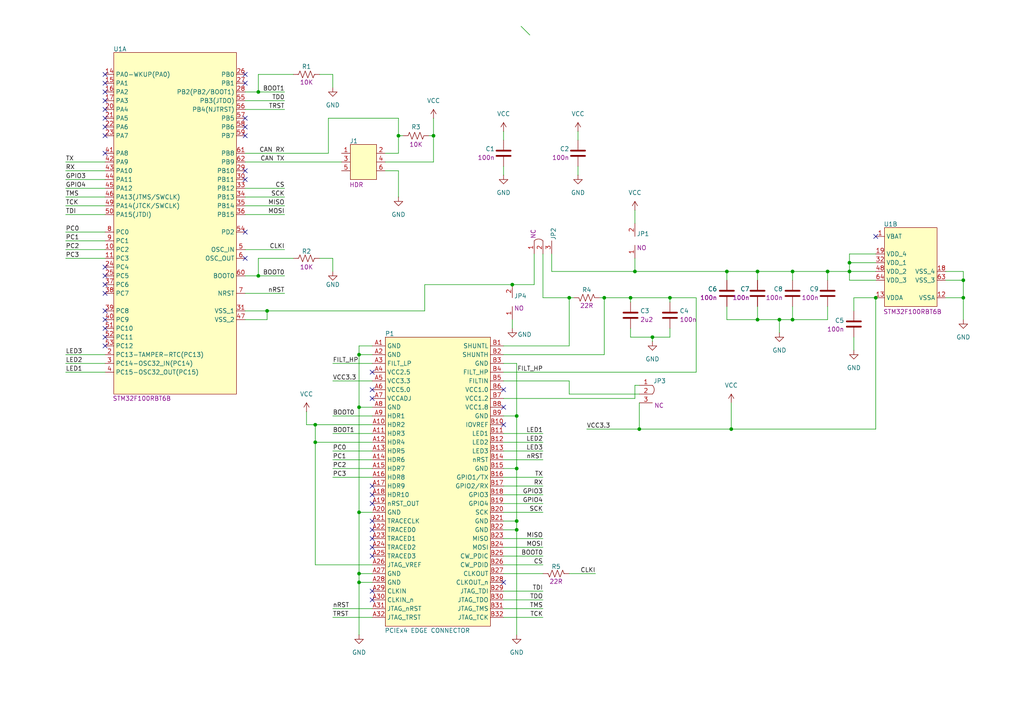
<source format=kicad_sch>
(kicad_sch (version 20231120) (generator "eeschema") (generator_version "8.0")
  (paper "A4")
  (lib_symbols
    (symbol "Silkscreen_Symbols:CE_Free" (in_bom no))
    (symbol "Silkscreen_Symbols:Pb_Free" (in_bom no))
    (symbol "Silkscreen_Symbols:UKCA"
      (property "Reference" "PCB" (at 0 0 0))
      (property "Value" "UKCA symbol" (at 0 0 0))
    )
    (symbol "Silkscreen_Symbols:WEEE" (in_bom no))
    (symbol "power:GND" (power) (pin_numbers hide) (pin_names (offset 0) hide)
      (property "Value" "GND" (at 0 -3.81 0))
      (symbol "GND_0_1"
        (polyline (pts (xy 0 0) (xy 0 -1.27) (xy 1.27 -1.27) (xy 0 -2.54) (xy -1.27 -1.27) (xy 0 -1.27)))
      )
      (symbol "GND_1_1"
        (pin power_in line (at 0 0 270) (length 0) (name "~") (number "1"))
      )
    )
    (symbol "power:VCC" (power) (pin_numbers hide) (pin_names (offset 0) hide)
      (property "Value" "VCC" (at 0 3.556 0))
      (symbol "VCC_0_1"
        (polyline (pts (xy -0.762 1.27) (xy 0 2.54)))
        (polyline (pts (xy 0 0) (xy 0 2.54)))
        (polyline (pts (xy 0 2.54) (xy 0.762 1.27)))
      )
      (symbol "VCC_1_1"
        (pin power_in line (at 0 0 90) (length 0) (name "~") (number "1"))
      )
    )
    (symbol "tutorial_2_library:CAP_100n_50V_0603" (pin_numbers hide)
      (property "Reference" "C" (at -20.32 5.08 0))
      (property "Display Value" "100n" (at 15.24 5.08 0))
      (symbol "CAP_100n_50V_0603_0_1"
        (polyline (pts (xy -0.762 -2.032) (xy -0.762 2.032)) (stroke (width 0.508)))
        (polyline (pts (xy 0.762 -2.032) (xy 0.762 2.032)) (stroke (width 0.508)))
      )
      (symbol "CAP_100n_50V_0603_1_1"
        (pin passive line (at -3.81 0 0) (length 2.794) (name "~") (number "1"))
        (pin passive line (at 3.81 0 180) (length 2.794) (name "~") (number "2"))
      )
    )
    (symbol "tutorial_2_library:CAP_2u2_16V_0603" (pin_numbers hide)
      (property "Reference" "C" (at -20.32 5.08 0))
      (property "Display Value" "2u2" (at 15.24 5.08 0))
      (symbol "CAP_2u2_16V_0603_0_1"
        (polyline (pts (xy -0.762 -2.032) (xy -0.762 2.032)) (stroke (width 0.508)))
        (polyline (pts (xy 0.762 -2.032) (xy 0.762 2.032)) (stroke (width 0.508)))
      )
      (symbol "CAP_2u2_16V_0603_1_1"
        (pin passive line (at -3.81 0 0) (length 2.794) (name "~") (number "1"))
        (pin passive line (at 3.81 0 180) (length 2.794) (name "~") (number "2"))
      )
    )
    (symbol "tutorial_2_library:CW312T-Template" (in_bom no)
      (property "Reference" "P" (at -15.24 3.81 0))
      (property "Value" "PCIEx4 EDGE CONNECTOR " (at 3.81 3.81 0))
      (symbol "CW312T-Template_1_1"
        (rectangle (start -15.24 2.54) (end 15.24 -81.28) (fill (type background)))
        (pin unspecified line (at -19.05 0 0) (length 3.81) (name "GND") (number "A1"))
        (pin unspecified line (at -19.05 -22.86 0) (length 3.81) (name "HDR2") (number "A10"))
        (pin unspecified line (at -19.05 -25.4 0) (length 3.81) (name "HDR3") (number "A11"))
        (pin unspecified line (at -19.05 -27.94 0) (length 3.81) (name "HDR4") (number "A12"))
        (pin unspecified line (at -19.05 -30.48 0) (length 3.81) (name "HDR5") (number "A13"))
        (pin unspecified line (at -19.05 -33.02 0) (length 3.81) (name "HDR6") (number "A14"))
        (pin unspecified line (at -19.05 -35.56 0) (length 3.81) (name "HDR7") (number "A15"))
        (pin unspecified line (at -19.05 -38.1 0) (length 3.81) (name "HDR8") (number "A16"))
        (pin unspecified line (at -19.05 -40.64 0) (length 3.81) (name "HDR9") (number "A17"))
        (pin unspecified line (at -19.05 -43.18 0) (length 3.81) (name "HDR10") (number "A18"))
        (pin unspecified line (at -19.05 -45.72 0) (length 3.81) (name "nRST_OUT") (number "A19"))
        (pin unspecified line (at -19.05 -2.54 0) (length 3.81) (name "GND") (number "A2"))
        (pin unspecified line (at -19.05 -48.26 0) (length 3.81) (name "GND") (number "A20"))
        (pin unspecified line (at -19.05 -50.8 0) (length 3.81) (name "TRACECLK") (number "A21"))
        (pin unspecified line (at -19.05 -53.34 0) (length 3.81) (name "TRACED0") (number "A22"))
        (pin unspecified line (at -19.05 -55.88 0) (length 3.81) (name "TRACED1") (number "A23"))
        (pin unspecified line (at -19.05 -58.42 0) (length 3.81) (name "TRACED2") (number "A24"))
        (pin unspecified line (at -19.05 -60.96 0) (length 3.81) (name "TRACED3") (number "A25"))
        (pin unspecified line (at -19.05 -63.5 0) (length 3.81) (name "JTAG_VREF") (number "A26"))
        (pin unspecified line (at -19.05 -66.04 0) (length 3.81) (name "GND") (number "A27"))
        (pin unspecified line (at -19.05 -68.58 0) (length 3.81) (name "GND") (number "A28"))
        (pin unspecified line (at -19.05 -71.12 0) (length 3.81) (name "CLKIN") (number "A29"))
        (pin unspecified line (at -19.05 -5.08 0) (length 3.81) (name "FILT_LP") (number "A3"))
        (pin unspecified line (at -19.05 -73.66 0) (length 3.81) (name "CLKIN_n") (number "A30"))
        (pin unspecified line (at -19.05 -76.2 0) (length 3.81) (name "JTAG_nRST") (number "A31"))
        (pin unspecified line (at -19.05 -78.74 0) (length 3.81) (name "JTAG_TRST") (number "A32"))
        (pin unspecified line (at -19.05 -7.62 0) (length 3.81) (name "VCC2.5") (number "A4"))
        (pin unspecified line (at -19.05 -10.16 0) (length 3.81) (name "VCC3.3") (number "A5"))
        (pin unspecified line (at -19.05 -12.7 0) (length 3.81) (name "VCC5.0") (number "A6"))
        (pin unspecified line (at -19.05 -15.24 0) (length 3.81) (name "VCCADJ") (number "A7"))
        (pin unspecified line (at -19.05 -17.78 0) (length 3.81) (name "GND") (number "A8"))
        (pin unspecified line (at -19.05 -20.32 0) (length 3.81) (name "HDR1") (number "A9"))
        (pin unspecified line (at 19.05 0 180) (length 3.81) (name "SHUNTL") (number "B1"))
        (pin unspecified line (at 19.05 -22.86 180) (length 3.81) (name "IOVREF") (number "B10"))
        (pin unspecified line (at 19.05 -25.4 180) (length 3.81) (name "LED1") (number "B11"))
        (pin unspecified line (at 19.05 -27.94 180) (length 3.81) (name "LED2") (number "B12"))
        (pin unspecified line (at 19.05 -30.48 180) (length 3.81) (name "LED3") (number "B13"))
        (pin unspecified line (at 19.05 -33.02 180) (length 3.81) (name "nRST") (number "B14"))
        (pin unspecified line (at 19.05 -35.56 180) (length 3.81) (name "GND") (number "B15"))
        (pin unspecified line (at 19.05 -38.1 180) (length 3.81) (name "GPIO1/TX") (number "B16"))
        (pin unspecified line (at 19.05 -40.64 180) (length 3.81) (name "GPIO2/RX") (number "B17"))
        (pin unspecified line (at 19.05 -43.18 180) (length 3.81) (name "GPIO3") (number "B18"))
        (pin unspecified line (at 19.05 -45.72 180) (length 3.81) (name "GPIO4") (number "B19"))
        (pin unspecified line (at 19.05 -2.54 180) (length 3.81) (name "SHUNTH") (number "B2"))
        (pin unspecified line (at 19.05 -48.26 180) (length 3.81) (name "SCK") (number "B20"))
        (pin unspecified line (at 19.05 -50.8 180) (length 3.81) (name "GND") (number "B21"))
        (pin unspecified line (at 19.05 -53.34 180) (length 3.81) (name "GND") (number "B22"))
        (pin unspecified line (at 19.05 -55.88 180) (length 3.81) (name "MISO") (number "B23"))
        (pin unspecified line (at 19.05 -58.42 180) (length 3.81) (name "MOSI") (number "B24"))
        (pin unspecified line (at 19.05 -60.96 180) (length 3.81) (name "CW_PDIC") (number "B25"))
        (pin unspecified line (at 19.05 -63.5 180) (length 3.81) (name "CW_PDID") (number "B26"))
        (pin unspecified line (at 19.05 -66.04 180) (length 3.81) (name "CLKOUT") (number "B27"))
        (pin unspecified line (at 19.05 -68.58 180) (length 3.81) (name "CLKOUT_n") (number "B28"))
        (pin unspecified line (at 19.05 -71.12 180) (length 3.81) (name "JTAG_TDI") (number "B29"))
        (pin unspecified line (at 19.05 -5.08 180) (length 3.81) (name "GND") (number "B3"))
        (pin unspecified line (at 19.05 -73.66 180) (length 3.81) (name "JTAG_TDO") (number "B30"))
        (pin unspecified line (at 19.05 -76.2 180) (length 3.81) (name "JTAG_TMS") (number "B31"))
        (pin unspecified line (at 19.05 -78.74 180) (length 3.81) (name "JTAG_TCK") (number "B32"))
        (pin unspecified line (at 19.05 -7.62 180) (length 3.81) (name "FILT_HP") (number "B4"))
        (pin unspecified line (at 19.05 -10.16 180) (length 3.81) (name "FILTIN") (number "B5"))
        (pin unspecified line (at 19.05 -12.7 180) (length 3.81) (name "VCC1.0") (number "B6"))
        (pin unspecified line (at 19.05 -15.24 180) (length 3.81) (name "VCC1.2") (number "B7"))
        (pin unspecified line (at 19.05 -17.78 180) (length 3.81) (name "VCC1.8") (number "B8"))
        (pin unspecified line (at 19.05 -20.32 180) (length 3.81) (name "GND") (number "B9"))
      )
    )
    (symbol "tutorial_2_library:RES_10K_0603" (pin_numbers hide)
      (property "Reference" "R" (at -20.32 5.08 0))
      (property "Display Value" "10K" (at 15.24 5.08 0))
      (symbol "RES_10K_0603_0_1"
        (polyline (pts (xy -2.286 0) (xy -2.54 0)))
        (polyline (pts (xy 2.286 0) (xy 2.54 0)))
        (polyline (pts (xy -2.286 0) (xy -1.905 1.016) (xy -1.524 0) (xy -1.143 -1.016) (xy -0.762 0)))
        (polyline (pts (xy -0.762 0) (xy -0.381 1.016) (xy 0 0) (xy 0.381 -1.016) (xy 0.762 0)))
        (polyline (pts (xy 0.762 0) (xy 1.143 1.016) (xy 1.524 0) (xy 1.905 -1.016) (xy 2.286 0)))
      )
      (symbol "RES_10K_0603_1_1"
        (pin passive line (at -3.81 0 0) (length 1.27) (name "~") (number "1"))
        (pin passive line (at 3.81 0 180) (length 1.27) (name "~") (number "2"))
      )
    )
    (symbol "tutorial_2_library:RES_22R_0603" (pin_numbers hide)
      (property "Reference" "R" (at -20.32 5.08 0))
      (property "Display Value" "22R" (at 15.24 5.08 0))
      (symbol "RES_22R_0603_0_1"
        (polyline (pts (xy -2.286 0) (xy -2.54 0)))
        (polyline (pts (xy 2.286 0) (xy 2.54 0)))
        (polyline (pts (xy -2.286 0) (xy -1.905 1.016) (xy -1.524 0) (xy -1.143 -1.016) (xy -0.762 0)))
        (polyline (pts (xy -0.762 0) (xy -0.381 1.016) (xy 0 0) (xy 0.381 -1.016) (xy 0.762 0)))
        (polyline (pts (xy 0.762 0) (xy 1.143 1.016) (xy 1.524 0) (xy 1.905 -1.016) (xy 2.286 0)))
      )
      (symbol "RES_22R_0603_1_1"
        (pin passive line (at -3.81 0 0) (length 1.27) (name "~") (number "1"))
        (pin passive line (at 3.81 0 180) (length 1.27) (name "~") (number "2"))
      )
    )
    (symbol "tutorial_2_library:RES_51R_0603" (pin_numbers hide)
      (property "Reference" "R" (at -20.32 5.08 0))
      (property "Display Value" "22R" (at 15.24 5.08 0))
      (symbol "RES_51R_0603_0_1"
        (polyline (pts (xy -2.286 0) (xy -2.54 0)))
        (polyline (pts (xy 2.286 0) (xy 2.54 0)))
        (polyline (pts (xy -2.286 0) (xy -1.905 1.016) (xy -1.524 0) (xy -1.143 -1.016) (xy -0.762 0)))
        (polyline (pts (xy -0.762 0) (xy -0.381 1.016) (xy 0 0) (xy 0.381 -1.016) (xy 0.762 0)))
        (polyline (pts (xy 0.762 0) (xy 1.143 1.016) (xy 1.524 0) (xy 1.905 -1.016) (xy 2.286 0)))
      )
      (symbol "RES_51R_0603_1_1"
        (pin passive line (at -3.81 0 0) (length 1.27) (name "~") (number "1"))
        (pin passive line (at 3.81 0 180) (length 1.27) (name "~") (number "2"))
      )
    )
    (symbol "tutorial_2_library:STM32F100RBT6B"
      (property "Reference" "U" (at -16.51 7.62 0))
      (property "Display Value" "STM32F100RBT6B" (at 8.89 7.62 0))
      (symbol "STM32F100RBT6B_1_1"
        (rectangle (start -17.78 6.35) (end 17.78 -92.71) (fill (type background)))
        (pin unspecified line (at -20.32 -50.8 0) (length 2.54) (name "PC2") (number "10"))
        (pin unspecified line (at -20.32 -53.34 0) (length 2.54) (name "PC3") (number "11"))
        (pin unspecified line (at -20.32 0 0) (length 2.54) (name "PA0-WKUP(PA0)") (number "14"))
        (pin unspecified line (at -20.32 -2.54 0) (length 2.54) (name "PA1") (number "15"))
        (pin unspecified line (at -20.32 -5.08 0) (length 2.54) (name "PA2") (number "16"))
        (pin unspecified line (at -20.32 -7.62 0) (length 2.54) (name "PA3") (number "17"))
        (pin unspecified line (at -20.32 -81.28 0) (length 2.54) (name "PC13-TAMPER-RTC(PC13)") (number "2"))
        (pin unspecified line (at -20.32 -10.16 0) (length 2.54) (name "PA4") (number "20"))
        (pin unspecified line (at -20.32 -12.7 0) (length 2.54) (name "PA5") (number "21"))
        (pin unspecified line (at -20.32 -15.24 0) (length 2.54) (name "PA6") (number "22"))
        (pin unspecified line (at -20.32 -17.78 0) (length 2.54) (name "PA7") (number "23"))
        (pin unspecified line (at -20.32 -55.88 0) (length 2.54) (name "PC4") (number "24"))
        (pin unspecified line (at -20.32 -58.42 0) (length 2.54) (name "PC5") (number "25"))
        (pin unspecified line (at 20.32 0 180) (length 2.54) (name "PB0") (number "26"))
        (pin unspecified line (at 20.32 -2.54 180) (length 2.54) (name "PB1") (number "27"))
        (pin unspecified line (at 20.32 -5.08 180) (length 2.54) (name "PB2(PB2/BOOT1)") (number "28"))
        (pin unspecified line (at 20.32 -27.94 180) (length 2.54) (name "PB10") (number "29"))
        (pin unspecified line (at -20.32 -83.82 0) (length 2.54) (name "PC14-OSC32_IN(PC14)") (number "3"))
        (pin unspecified line (at 20.32 -30.48 180) (length 2.54) (name "PB11") (number "30"))
        (pin unspecified line (at 20.32 -68.58 180) (length 2.54) (name "VSS_1") (number "31"))
        (pin unspecified line (at 20.32 -33.02 180) (length 2.54) (name "PB12") (number "33"))
        (pin unspecified line (at 20.32 -35.56 180) (length 2.54) (name "PB13") (number "34"))
        (pin unspecified line (at 20.32 -38.1 180) (length 2.54) (name "PB14") (number "35"))
        (pin unspecified line (at 20.32 -40.64 180) (length 2.54) (name "PB15") (number "36"))
        (pin unspecified line (at -20.32 -60.96 0) (length 2.54) (name "PC6") (number "37"))
        (pin unspecified line (at -20.32 -63.5 0) (length 2.54) (name "PC7") (number "38"))
        (pin unspecified line (at -20.32 -68.58 0) (length 2.54) (name "PC8") (number "39"))
        (pin unspecified line (at -20.32 -86.36 0) (length 2.54) (name "PC15-OSC32_OUT(PC15)") (number "4"))
        (pin unspecified line (at -20.32 -71.12 0) (length 2.54) (name "PC9") (number "40"))
        (pin unspecified line (at -20.32 -22.86 0) (length 2.54) (name "PA8") (number "41"))
        (pin unspecified line (at -20.32 -25.4 0) (length 2.54) (name "PA9") (number "42"))
        (pin unspecified line (at -20.32 -27.94 0) (length 2.54) (name "PA10") (number "43"))
        (pin unspecified line (at -20.32 -30.48 0) (length 2.54) (name "PA11") (number "44"))
        (pin unspecified line (at -20.32 -33.02 0) (length 2.54) (name "PA12") (number "45"))
        (pin unspecified line (at -20.32 -35.56 0) (length 2.54) (name "PA13(JTMS/SWCLK)") (number "46"))
        (pin unspecified line (at 20.32 -71.12 180) (length 2.54) (name "VSS_2") (number "47"))
        (pin unspecified line (at -20.32 -38.1 0) (length 2.54) (name "PA14(JTCK/SWCLK)") (number "49"))
        (pin unspecified line (at 20.32 -50.8 180) (length 2.54) (name "OSC_IN") (number "5"))
        (pin unspecified line (at -20.32 -40.64 0) (length 2.54) (name "PA15(JTDI)") (number "50"))
        (pin unspecified line (at -20.32 -73.66 0) (length 2.54) (name "PC10") (number "51"))
        (pin unspecified line (at -20.32 -76.2 0) (length 2.54) (name "PC11") (number "52"))
        (pin unspecified line (at -20.32 -78.74 0) (length 2.54) (name "PC12") (number "53"))
        (pin unspecified line (at 20.32 -45.72 180) (length 2.54) (name "PD2") (number "54"))
        (pin unspecified line (at 20.32 -7.62 180) (length 2.54) (name "PB3(JTDO)") (number "55"))
        (pin unspecified line (at 20.32 -10.16 180) (length 2.54) (name "PB4(NJTRST)") (number "56"))
        (pin unspecified line (at 20.32 -12.7 180) (length 2.54) (name "PB5") (number "57"))
        (pin unspecified line (at 20.32 -15.24 180) (length 2.54) (name "PB6") (number "58"))
        (pin unspecified line (at 20.32 -17.78 180) (length 2.54) (name "PB7") (number "59"))
        (pin unspecified line (at 20.32 -53.34 180) (length 2.54) (name "OSC_OUT") (number "6"))
        (pin unspecified line (at 20.32 -58.42 180) (length 2.54) (name "BOOT0") (number "60"))
        (pin unspecified line (at 20.32 -22.86 180) (length 2.54) (name "PB8") (number "61"))
        (pin unspecified line (at 20.32 -25.4 180) (length 2.54) (name "PB9") (number "62"))
        (pin unspecified line (at 20.32 -63.5 180) (length 2.54) (name "NRST") (number "7"))
        (pin unspecified line (at -20.32 -45.72 0) (length 2.54) (name "PC0") (number "8"))
        (pin unspecified line (at -20.32 -48.26 0) (length 2.54) (name "PC1") (number "9"))
      )
      (symbol "STM32F100RBT6B_2_1"
        (rectangle (start -7.62 2.54) (end 7.62 -20.32) (fill (type background)))
        (pin unspecified line (at -10.16 0 0) (length 2.54) (name "VBAT") (number "1"))
        (pin unspecified line (at 10.16 -17.78 180) (length 2.54) (name "VSSA") (number "12"))
        (pin unspecified line (at -10.16 -17.78 0) (length 2.54) (name "VDDA") (number "13"))
        (pin unspecified line (at 10.16 -10.16 180) (length 2.54) (name "VSS_4") (number "18"))
        (pin unspecified line (at -10.16 -5.08 0) (length 2.54) (name "VDD_4") (number "19"))
        (pin unspecified line (at -10.16 -7.62 0) (length 2.54) (name "VDD_1") (number "32"))
        (pin unspecified line (at -10.16 -10.16 0) (length 2.54) (name "VDD_2") (number "48"))
        (pin unspecified line (at 10.16 -12.7 180) (length 2.54) (name "VSS_3") (number "63"))
        (pin unspecified line (at -10.16 -12.7 0) (length 2.54) (name "VDD_3") (number "64"))
      )
    )
    (symbol "tutorial_2_library:Solder_Jumper_2_NO" (in_bom no)
      (property "Reference" "JP" (at 2.54 2.54 0))
      (property "Display Value" "NO" (at 2.54 0 0))
      (symbol "Solder_Jumper_2_NO_1_1"
        (pin unspecified line (at 0 -5.08 90) (length 3.81) (name "") (number "1"))
        (pin unspecified line (at 0 5.08 270) (length 3.81) (name "") (number "2"))
      )
    )
    (symbol "tutorial_2_library:Solder_Jumper_3_NC_1" (in_bom no)
      (property "Reference" "JP" (at 1.27 5.08 0))
      (property "Display Value" "NC" (at 1.27 -3.81 0))
      (symbol "Solder_Jumper_3_NC_1_0_1"
        (arc (start 0 0) (mid 0.5261 1.27) (end 0 2.54))
      )
      (symbol "Solder_Jumper_3_NC_1_1_1"
        (pin unspecified line (at -3.81 2.54 0) (length 3.81) (name "") (number "1"))
        (pin unspecified line (at -3.81 0 0) (length 3.81) (name "") (number "2"))
        (pin unspecified line (at -3.81 -2.54 0) (length 3.81) (name "") (number "3"))
      )
    )
    (symbol "tutorial_2_library:VERT_HDR_6_2.54mm"
      (property "Reference" "J" (at -3.81 3.81 0))
      (property "Display Value" "HDR" (at 2.54 3.81 0))
      (symbol "VERT_HDR_6_2.54mm_1_1"
        (rectangle (start -3.81 2.54) (end 3.81 -7.62) (fill (type background)))
        (pin unspecified line (at -6.35 0 0) (length 2.54) (name "") (number "1"))
        (pin unspecified line (at 6.35 0 180) (length 2.54) (name "") (number "2"))
        (pin unspecified line (at -6.35 -2.54 0) (length 2.54) (name "") (number "3"))
        (pin unspecified line (at 6.35 -2.54 180) (length 2.54) (name "") (number "4"))
        (pin unspecified line (at -6.35 -5.08 0) (length 2.54) (name "") (number "5"))
        (pin unspecified line (at 6.35 -5.08 180) (length 2.54) (name "") (number "6"))
      )
    )
  )
  (junction (at 74.93 80.01))
  (junction (at 175.26 86.36))
  (junction (at 219.71 78.74))
  (junction (at 226.06 92.71))
  (junction (at 91.44 123.19))
  (junction (at 148.59 82.55))
  (junction (at 279.4 81.28))
  (junction (at 184.15 78.74))
  (junction (at 91.44 128.27))
  (junction (at 149.86 153.67))
  (junction (at 254 86.36))
  (junction (at 104.14 118.11))
  (junction (at 104.14 168.91))
  (junction (at 74.93 26.67))
  (junction (at 182.88 86.36))
  (junction (at 149.86 120.65))
  (junction (at 104.14 102.87))
  (junction (at 77.47 90.17))
  (junction (at 246.38 78.74))
  (junction (at 212.09 124.46))
  (junction (at 229.87 92.71))
  (junction (at 104.14 166.37))
  (junction (at 165.1 86.36))
  (junction (at 194.31 86.36))
  (junction (at 246.38 76.2))
  (junction (at 189.23 97.79))
  (junction (at 185.42 124.46))
  (junction (at 125.73 39.37))
  (junction (at 104.14 148.59))
  (junction (at 279.4 86.36))
  (junction (at 149.86 135.89))
  (junction (at 240.03 78.74))
  (junction (at 210.82 78.74))
  (junction (at 149.86 151.13))
  (junction (at 229.87 78.74))
  (junction (at 219.71 92.71))
  (junction (at 115.57 39.37))
  (no_connect (at 71.12 34.29))
  (no_connect (at 71.12 67.31))
  (no_connect (at 146.05 168.91))
  (no_connect (at 254 68.58))
  (no_connect (at 107.95 146.05))
  (no_connect (at 107.95 171.45))
  (no_connect (at 30.48 85.09))
  (no_connect (at 30.48 39.37))
  (no_connect (at 71.12 49.53))
  (no_connect (at 107.95 161.29))
  (no_connect (at 30.48 90.17))
  (no_connect (at 107.95 153.67))
  (no_connect (at 71.12 39.37))
  (no_connect (at 71.12 36.83))
  (no_connect (at 107.95 115.57))
  (no_connect (at 71.12 21.59))
  (no_connect (at 30.48 80.01))
  (no_connect (at 30.48 29.21))
  (no_connect (at 146.05 123.19))
  (no_connect (at 30.48 31.75))
  (no_connect (at 30.48 92.71))
  (no_connect (at 146.05 113.03))
  (no_connect (at 30.48 34.29))
  (no_connect (at 30.48 95.25))
  (no_connect (at 30.48 77.47))
  (no_connect (at 107.95 113.03))
  (no_connect (at 30.48 97.79))
  (no_connect (at 30.48 36.83))
  (no_connect (at 30.48 82.55))
  (no_connect (at 30.48 26.67))
  (no_connect (at 107.95 143.51))
  (no_connect (at 71.12 74.93))
  (no_connect (at 30.48 24.13))
  (no_connect (at 71.12 24.13))
  (no_connect (at 107.95 140.97))
  (no_connect (at 146.05 118.11))
  (no_connect (at 71.12 52.07))
  (no_connect (at 107.95 151.13))
  (no_connect (at 107.95 156.21))
  (no_connect (at 107.95 173.99))
  (no_connect (at 30.48 21.59))
  (no_connect (at 30.48 100.33))
  (no_connect (at 30.48 44.45))
  (no_connect (at 107.95 158.75))
  (no_connect (at 107.95 107.95))
  (bus_entry (at 151.13 7.62) (size 2.54 2.54))
  (wire (pts (xy 91.44 128.27) (xy 107.95 128.27)))
  (wire (pts (xy 85.09 21.59) (xy 74.93 21.59)))
  (wire (pts (xy 146.05 158.75) (xy 157.48 158.75)))
  (wire (pts (xy 125.73 39.37) (xy 125.73 46.99)))
  (wire (pts (xy 240.03 78.74) (xy 240.03 81.28)))
  (wire (pts (xy 185.42 124.46) (xy 212.09 124.46)))
  (wire (pts (xy 274.32 81.28) (xy 279.4 81.28)))
  (wire (pts (xy 19.05 52.07) (xy 30.48 52.07)))
  (wire (pts (xy 71.12 29.21) (xy 82.55 29.21)))
  (wire (pts (xy 173.99 86.36) (xy 175.26 86.36)))
  (wire (pts (xy 19.05 59.69) (xy 30.48 59.69)))
  (wire (pts (xy 254 124.46) (xy 254 86.36)))
  (wire (pts (xy 104.14 168.91) (xy 104.14 184.15)))
  (wire (pts (xy 229.87 92.71) (xy 240.03 92.71)))
  (wire (pts (xy 125.73 34.29) (xy 125.73 39.37)))
  (wire (pts (xy 154.94 73.66) (xy 154.94 82.55)))
  (wire (pts (xy 146.05 143.51) (xy 157.48 143.51)))
  (wire (pts (xy 96.52 133.35) (xy 107.95 133.35)))
  (wire (pts (xy 146.05 148.59) (xy 157.48 148.59)))
  (wire (pts (xy 96.52 21.59) (xy 96.52 25.4)))
  (wire (pts (xy 154.94 82.55) (xy 148.59 82.55)))
  (wire (pts (xy 71.12 54.61) (xy 82.55 54.61)))
  (wire (pts (xy 115.57 44.45) (xy 111.76 44.45)))
  (wire (pts (xy 210.82 78.74) (xy 210.82 81.28)))
  (wire (pts (xy 104.14 148.59) (xy 107.95 148.59)))
  (wire (pts (xy 19.05 57.15) (xy 30.48 57.15)))
  (wire (pts (xy 104.14 102.87) (xy 104.14 118.11)))
  (wire (pts (xy 146.05 115.57) (xy 184.15 115.57)))
  (wire (pts (xy 279.4 81.28) (xy 279.4 86.36)))
  (wire (pts (xy 210.82 78.74) (xy 184.15 78.74)))
  (wire (pts (xy 146.05 107.95) (xy 201.93 107.95)))
  (wire (pts (xy 210.82 92.71) (xy 210.82 88.9)))
  (wire (pts (xy 146.05 163.83) (xy 157.48 163.83)))
  (wire (pts (xy 71.12 92.71) (xy 77.47 92.71)))
  (wire (pts (xy 165.1 86.36) (xy 166.37 86.36)))
  (wire (pts (xy 115.57 39.37) (xy 116.84 39.37)))
  (wire (pts (xy 71.12 44.45) (xy 95.25 44.45)))
  (wire (pts (xy 123.19 90.17) (xy 77.47 90.17)))
  (wire (pts (xy 104.14 166.37) (xy 107.95 166.37)))
  (wire (pts (xy 157.48 86.36) (xy 165.1 86.36)))
  (wire (pts (xy 279.4 78.74) (xy 279.4 81.28)))
  (wire (pts (xy 149.86 120.65) (xy 149.86 135.89)))
  (wire (pts (xy 246.38 73.66) (xy 254 73.66)))
  (wire (pts (xy 19.05 49.53) (xy 30.48 49.53)))
  (wire (pts (xy 165.1 86.36) (xy 165.1 100.33)))
  (wire (pts (xy 184.15 115.57) (xy 184.15 111.76)))
  (wire (pts (xy 146.05 146.05) (xy 157.48 146.05)))
  (wire (pts (xy 182.88 95.25) (xy 182.88 97.79)))
  (wire (pts (xy 182.88 97.79) (xy 189.23 97.79)))
  (wire (pts (xy 149.86 105.41) (xy 149.86 120.65)))
  (wire (pts (xy 247.65 97.79) (xy 247.65 101.6)))
  (wire (pts (xy 19.05 67.31) (xy 30.48 67.31)))
  (wire (pts (xy 96.52 110.49) (xy 107.95 110.49)))
  (wire (pts (xy 167.64 38.1) (xy 167.64 40.64)))
  (wire (pts (xy 146.05 153.67) (xy 149.86 153.67)))
  (wire (pts (xy 19.05 74.93) (xy 30.48 74.93)))
  (wire (pts (xy 71.12 85.09) (xy 82.55 85.09)))
  (wire (pts (xy 91.44 163.83) (xy 107.95 163.83)))
  (wire (pts (xy 146.05 156.21) (xy 157.48 156.21)))
  (wire (pts (xy 88.9 123.19) (xy 91.44 123.19)))
  (wire (pts (xy 146.05 166.37) (xy 157.48 166.37)))
  (wire (pts (xy 146.05 161.29) (xy 157.48 161.29)))
  (wire (pts (xy 91.44 128.27) (xy 91.44 163.83)))
  (wire (pts (xy 71.12 90.17) (xy 77.47 90.17)))
  (wire (pts (xy 104.14 118.11) (xy 104.14 148.59)))
  (wire (pts (xy 247.65 86.36) (xy 254 86.36)))
  (wire (pts (xy 229.87 88.9) (xy 229.87 92.71)))
  (wire (pts (xy 212.09 116.84) (xy 212.09 124.46)))
  (wire (pts (xy 146.05 140.97) (xy 157.48 140.97)))
  (wire (pts (xy 229.87 92.71) (xy 226.06 92.71)))
  (wire (pts (xy 240.03 78.74) (xy 246.38 78.74)))
  (wire (pts (xy 96.52 130.81) (xy 107.95 130.81)))
  (wire (pts (xy 71.12 72.39) (xy 82.55 72.39)))
  (wire (pts (xy 19.05 69.85) (xy 30.48 69.85)))
  (wire (pts (xy 92.71 74.93) (xy 96.52 74.93)))
  (wire (pts (xy 274.32 86.36) (xy 279.4 86.36)))
  (wire (pts (xy 219.71 78.74) (xy 219.71 81.28)))
  (wire (pts (xy 184.15 111.76) (xy 185.42 111.76)))
  (wire (pts (xy 96.52 125.73) (xy 107.95 125.73)))
  (wire (pts (xy 146.05 120.65) (xy 149.86 120.65)))
  (wire (pts (xy 279.4 86.36) (xy 279.4 92.71)))
  (wire (pts (xy 219.71 88.9) (xy 219.71 92.71)))
  (wire (pts (xy 71.12 26.67) (xy 74.93 26.67)))
  (wire (pts (xy 104.14 102.87) (xy 107.95 102.87)))
  (wire (pts (xy 96.52 138.43) (xy 107.95 138.43)))
  (wire (pts (xy 96.52 176.53) (xy 107.95 176.53)))
  (wire (pts (xy 146.05 173.99) (xy 157.48 173.99)))
  (wire (pts (xy 95.25 34.29) (xy 115.57 34.29)))
  (wire (pts (xy 146.05 133.35) (xy 157.48 133.35)))
  (wire (pts (xy 88.9 119.38) (xy 88.9 123.19)))
  (wire (pts (xy 104.14 168.91) (xy 107.95 168.91)))
  (wire (pts (xy 246.38 78.74) (xy 246.38 81.28)))
  (wire (pts (xy 19.05 102.87) (xy 30.48 102.87)))
  (wire (pts (xy 96.52 135.89) (xy 107.95 135.89)))
  (wire (pts (xy 274.32 78.74) (xy 279.4 78.74)))
  (wire (pts (xy 71.12 57.15) (xy 82.55 57.15)))
  (wire (pts (xy 175.26 86.36) (xy 175.26 102.87)))
  (wire (pts (xy 115.57 49.53) (xy 115.57 57.15)))
  (wire (pts (xy 124.46 39.37) (xy 125.73 39.37)))
  (wire (pts (xy 96.52 120.65) (xy 107.95 120.65)))
  (wire (pts (xy 71.12 62.23) (xy 82.55 62.23)))
  (wire (pts (xy 104.14 118.11) (xy 107.95 118.11)))
  (wire (pts (xy 149.86 135.89) (xy 149.86 151.13)))
  (wire (pts (xy 201.93 107.95) (xy 201.93 86.36)))
  (wire (pts (xy 210.82 78.74) (xy 219.71 78.74)))
  (wire (pts (xy 189.23 97.79) (xy 194.31 97.79)))
  (wire (pts (xy 19.05 46.99) (xy 30.48 46.99)))
  (wire (pts (xy 146.05 100.33) (xy 165.1 100.33)))
  (wire (pts (xy 170.18 124.46) (xy 185.42 124.46)))
  (wire (pts (xy 146.05 171.45) (xy 157.48 171.45)))
  (wire (pts (xy 74.93 21.59) (xy 74.93 26.67)))
  (wire (pts (xy 165.1 110.49) (xy 165.1 114.3)))
  (wire (pts (xy 146.05 105.41) (xy 149.86 105.41)))
  (wire (pts (xy 189.23 97.79) (xy 189.23 99.06)))
  (wire (pts (xy 74.93 80.01) (xy 82.55 80.01)))
  (wire (pts (xy 74.93 26.67) (xy 82.55 26.67)))
  (wire (pts (xy 146.05 151.13) (xy 149.86 151.13)))
  (wire (pts (xy 167.64 50.8) (xy 167.64 48.26)))
  (wire (pts (xy 19.05 105.41) (xy 30.48 105.41)))
  (wire (pts (xy 175.26 86.36) (xy 182.88 86.36)))
  (wire (pts (xy 157.48 73.66) (xy 157.48 86.36)))
  (wire (pts (xy 226.06 92.71) (xy 226.06 96.52)))
  (wire (pts (xy 19.05 107.95) (xy 30.48 107.95)))
  (wire (pts (xy 146.05 102.87) (xy 175.26 102.87)))
  (wire (pts (xy 104.14 100.33) (xy 104.14 102.87)))
  (wire (pts (xy 146.05 176.53) (xy 157.48 176.53)))
  (wire (pts (xy 19.05 62.23) (xy 30.48 62.23)))
  (wire (pts (xy 71.12 46.99) (xy 99.06 46.99)))
  (wire (pts (xy 201.93 86.36) (xy 194.31 86.36)))
  (wire (pts (xy 194.31 86.36) (xy 182.88 86.36)))
  (wire (pts (xy 194.31 97.79) (xy 194.31 95.25)))
  (wire (pts (xy 229.87 78.74) (xy 240.03 78.74)))
  (wire (pts (xy 246.38 73.66) (xy 246.38 76.2)))
  (wire (pts (xy 111.76 46.99) (xy 125.73 46.99)))
  (wire (pts (xy 165.1 114.3) (xy 185.42 114.3)))
  (wire (pts (xy 71.12 80.01) (xy 74.93 80.01)))
  (wire (pts (xy 148.59 92.71) (xy 148.59 95.25)))
  (wire (pts (xy 194.31 87.63) (xy 194.31 86.36)))
  (wire (pts (xy 149.86 153.67) (xy 149.86 184.15)))
  (wire (pts (xy 104.14 100.33) (xy 107.95 100.33)))
  (wire (pts (xy 96.52 74.93) (xy 96.52 78.74)))
  (wire (pts (xy 85.09 74.93) (xy 74.93 74.93)))
  (wire (pts (xy 91.44 123.19) (xy 91.44 128.27)))
  (wire (pts (xy 96.52 105.41) (xy 107.95 105.41)))
  (wire (pts (xy 246.38 76.2) (xy 254 76.2)))
  (wire (pts (xy 246.38 78.74) (xy 254 78.74)))
  (wire (pts (xy 115.57 34.29) (xy 115.57 39.37)))
  (wire (pts (xy 184.15 78.74) (xy 184.15 74.93)))
  (wire (pts (xy 146.05 128.27) (xy 157.48 128.27)))
  (wire (pts (xy 96.52 179.07) (xy 107.95 179.07)))
  (wire (pts (xy 219.71 78.74) (xy 229.87 78.74)))
  (wire (pts (xy 146.05 130.81) (xy 157.48 130.81)))
  (wire (pts (xy 146.05 179.07) (xy 157.48 179.07)))
  (wire (pts (xy 146.05 138.43) (xy 157.48 138.43)))
  (wire (pts (xy 146.05 38.1) (xy 146.05 40.64)))
  (wire (pts (xy 149.86 151.13) (xy 149.86 153.67)))
  (wire (pts (xy 160.02 73.66) (xy 160.02 78.74)))
  (wire (pts (xy 246.38 81.28) (xy 254 81.28)))
  (wire (pts (xy 71.12 59.69) (xy 82.55 59.69)))
  (wire (pts (xy 115.57 39.37) (xy 115.57 44.45)))
  (wire (pts (xy 146.05 135.89) (xy 149.86 135.89)))
  (wire (pts (xy 146.05 50.8) (xy 146.05 48.26)))
  (wire (pts (xy 219.71 92.71) (xy 226.06 92.71)))
  (wire (pts (xy 92.71 21.59) (xy 96.52 21.59)))
  (wire (pts (xy 212.09 124.46) (xy 254 124.46)))
  (wire (pts (xy 104.14 148.59) (xy 104.14 166.37)))
  (wire (pts (xy 229.87 78.74) (xy 229.87 81.28)))
  (wire (pts (xy 240.03 88.9) (xy 240.03 92.71)))
  (wire (pts (xy 74.93 74.93) (xy 74.93 80.01)))
  (wire (pts (xy 219.71 92.71) (xy 210.82 92.71)))
  (wire (pts (xy 111.76 49.53) (xy 115.57 49.53)))
  (wire (pts (xy 77.47 92.71) (xy 77.47 90.17)))
  (wire (pts (xy 247.65 90.17) (xy 247.65 86.36)))
  (wire (pts (xy 91.44 123.19) (xy 107.95 123.19)))
  (wire (pts (xy 146.05 110.49) (xy 165.1 110.49)))
  (wire (pts (xy 19.05 54.61) (xy 30.48 54.61)))
  (wire (pts (xy 182.88 87.63) (xy 182.88 86.36)))
  (wire (pts (xy 71.12 31.75) (xy 82.55 31.75)))
  (wire (pts (xy 148.59 82.55) (xy 123.19 82.55)))
  (wire (pts (xy 184.15 60.96) (xy 184.15 64.77)))
  (wire (pts (xy 123.19 82.55) (xy 123.19 90.17)))
  (wire (pts (xy 146.05 125.73) (xy 157.48 125.73)))
  (wire (pts (xy 165.1 166.37) (xy 172.72 166.37)))
  (wire (pts (xy 19.05 72.39) (xy 30.48 72.39)))
  (wire (pts (xy 160.02 78.74) (xy 184.15 78.74)))
  (wire (pts (xy 104.14 166.37) (xy 104.14 168.91)))
  (wire (pts (xy 246.38 76.2) (xy 246.38 78.74)))
  (wire (pts (xy 95.25 34.29) (xy 95.25 44.45)))
  (wire (pts (xy 185.42 116.84) (xy 185.42 124.46)))
  (label "TX" (at 157.48 138.43 180))
  (label "BOOT0" (at 96.52 120.65 0))
  (label "BOOT1" (at 82.55 26.67 180))
  (label "TDI" (at 19.05 62.23 0))
  (label "TMS" (at 19.05 57.15 0))
  (label "LED2" (at 19.05 105.41 0))
  (label "nRST" (at 96.52 176.53 0))
  (label "SCK" (at 82.55 57.15 180))
  (label "CS" (at 157.48 163.83 180))
  (label "GPIO3" (at 157.48 143.51 180))
  (label "PC1" (at 19.05 69.85 0))
  (label "TRST" (at 96.52 179.07 0))
  (label "TCK" (at 19.05 59.69 0))
  (label "PC0" (at 19.05 67.31 0))
  (label "MOSI" (at 157.48 158.75 180))
  (label "CLKI" (at 82.55 72.39 180))
  (label "MISO" (at 157.48 156.21 180))
  (label "TX" (at 19.05 46.99 0))
  (label "nRST" (at 157.48 133.35 180))
  (label "FILT_HP" (at 96.52 105.41 0))
  (label "GPIO4" (at 157.48 146.05 180))
  (label "GPIO3" (at 19.05 52.07 0))
  (label "LED3" (at 19.05 102.87 0))
  (label "BOOT1" (at 96.52 125.73 0))
  (label "nRST" (at 82.55 85.09 180))
  (label "SCK" (at 157.48 148.59 180))
  (label "PC2" (at 96.52 135.89 0))
  (label "BOOT0" (at 157.48 161.29 180))
  (label "CS" (at 82.55 54.61 180))
  (label "TDO" (at 157.48 173.99 180))
  (label "TDI" (at 157.48 171.45 180))
  (label "LED1" (at 19.05 107.95 0))
  (label "GPIO4" (at 19.05 54.61 0))
  (label "LED3" (at 157.48 130.81 180))
  (label "PC2" (at 19.05 72.39 0))
  (label "VCC3.3" (at 170.18 124.46 0))
  (label "TD0" (at 82.55 29.21 180))
  (label "PC3" (at 96.52 138.43 0))
  (label "TCK" (at 157.48 179.07 180))
  (label "TRST" (at 82.55 31.75 180))
  (label "FILT_HP" (at 157.48 107.95 180))
  (label "BOOT0" (at 82.55 80.01 180))
  (label "LED2" (at 157.48 128.27 180))
  (label "LED1" (at 157.48 125.73 180))
  (label "PC1" (at 96.52 133.35 0))
  (label "PC0" (at 96.52 130.81 0))
  (label "RX" (at 157.48 140.97 180))
  (label "MISO" (at 82.55 59.69 180))
  (label "TMS" (at 157.48 176.53 180))
  (label "RX" (at 19.05 49.53 0))
  (label "VCC3.3" (at 96.52 110.49 0))
  (label "CAN RX" (at 82.55 44.45 180))
  (label "CAN TX" (at 82.55 46.99 180))
  (label "PC3" (at 19.05 74.93 0))
  (label "MOSI" (at 82.55 62.23 180))
  (label "CLKI" (at 172.72 166.37 180))
  (symbol (lib_id "tutorial_2_library:Solder_Jumper_3_NC_1") (at 157.48 69.85 90) (unit 1) (in_bom no)
    (property "Reference" "JP2" (at 160.528 67.818 0))
    (property "Footprint" "Jumper:SolderJumper-3_P1.3mm_Bridged2Bar12_Pad1.0x1.5mm" (effects (hide yes)))
    (property "Display Value" "NC" (at 154.686 67.818 0))
  )
  (symbol (lib_id "tutorial_2_library:CAP_100n_50V_0603") (at 219.71 85.09 90) (mirror x) (unit 1)
    (property "Reference" "C7" (at 217.424 83.82 90) (effects (justify left)))
    (property "Value" "CAP_100n_50V_0603" (effects (hide yes)))
    (property "Footprint" "Capacitor_SMD:C_0603_1608Metric" (effects (hide yes)))
    (property "Datasheet" "https://content.kemet.com/datasheets/KEM_C1002_X7R_SMD.pdf" (effects (hide yes)))
    (property "Description" "CAP CER 0.1UF 50V X7R 0603" (effects (hide yes)))
    (property "Display Value" "100n" (at 217.424 86.36 90) (effects (justify left)))
    (property "Manufacturer" "KEMET" (effects (hide yes)))
    (property "Manufacturer Part Number" "C0603C104M5RACTU" (effects (hide yes)))
    (property "Supplier 1" "DigiKey" (effects (hide yes)))
    (property "Supplier 1 Part Number" "399-C0603C104M5RACTUCT-ND" (effects (hide yes)))
  )
  (symbol (lib_id "tutorial_2_library:CW312T-Template") (at 127 100.33 0) (unit 1) (in_bom no)
    (property "Reference" "P1" (at 113.03 96.774 0))
    (property "Value" "PCIEx4 EDGE CONNECTOR" (at 123.952 182.88 0))
    (property "Footprint" "tutorial_2_library:CW312_Template" (effects (hide yes)))
    (property "Description" "BOARD AND EDGE CONNECTOR TEMPLATE FOR CW312 TARGETS" (effects (hide yes)))
  )
  (symbol (lib_id "tutorial_2_library:RES_10K_0603") (at 88.9 74.93 0) (unit 1)
    (property "Reference" "R2" (at 88.9 72.898 0))
    (property "Value" "10K" (effects (hide yes)))
    (property "Footprint" "Resistor_SMD:R_0603_1608Metric" (effects (hide yes)))
    (property "Datasheet" "https://www.yageo.com/upload/media/product/products/datasheet/rchip/PYu-RC_Group_51_RoHS_L_12.pdf" (effects (hide yes)))
    (property "Description" "RES 10K OHM 5% 1/10W 0603" (effects (hide yes)))
    (property "Display Value" "10K" (at 88.9 77.47 0))
    (property "Manufacturer" "YAGEO" (effects (hide yes)))
    (property "Manufacturer Part Number" "RC0603JR-0710KL" (effects (hide yes)))
    (property "Supplier 1" "DigiKey" (effects (hide yes)))
    (property "Supplier 1 Part Number" "311-10KGRCT-ND" (effects (hide yes)))
  )
  (symbol (lib_id "power:GND") (at 279.4 92.71 0) (unit 1)
    (property "Reference" "#PWR013" (effects (hide yes)))
    (property "Value" "GND" (at 279.4 97.79 0))
    (property "Description" "Power symbol creates a global label with name \"GND\" , ground" (effects (hide yes)))
  )
  (symbol (lib_id "Silkscreen_Symbols:UKCA") (at -20.32 160.02 0) (unit 1)
    (property "Reference" "PCB4" (at -17.78 158.7499 0) (effects (justify left)))
    (property "Value" "UKCA symbol" (at -17.78 161.2899 0) (effects (justify left)))
    (property "Footprint" "Silkscrren_Symbols:UKCA-Logo_8x8mm_SilkScreen" (effects (hide yes)))
  )
  (symbol (lib_id "tutorial_2_library:RES_10K_0603") (at 88.9 21.59 0) (unit 1)
    (property "Reference" "R1" (at 88.9 19.304 0))
    (property "Value" "10K" (effects (hide yes)))
    (property "Footprint" "Resistor_SMD:R_0603_1608Metric" (effects (hide yes)))
    (property "Datasheet" "https://www.yageo.com/upload/media/product/products/datasheet/rchip/PYu-RC_Group_51_RoHS_L_12.pdf" (effects (hide yes)))
    (property "Description" "RES 10K OHM 5% 1/10W 0603" (effects (hide yes)))
    (property "Display Value" "10K" (at 88.9 23.876 0))
    (property "Manufacturer" "YAGEO" (effects (hide yes)))
    (property "Manufacturer Part Number" "RC0603JR-0710KL" (effects (hide yes)))
    (property "Supplier 1" "DigiKey" (effects (hide yes)))
    (property "Supplier 1 Part Number" "311-10KGRCT-ND" (effects (hide yes)))
  )
  (symbol (lib_id "power:GND") (at 96.52 78.74 0) (unit 1)
    (property "Reference" "#PWR03" (effects (hide yes)))
    (property "Value" "GND" (at 96.52 82.55 0))
    (property "Description" "Power symbol creates a global label with name \"GND\" , ground" (effects (hide yes)))
  )
  (symbol (lib_id "power:VCC") (at 212.09 116.84 0) (unit 1)
    (property "Reference" "#PWR018" (effects (hide yes)))
    (property "Value" "VCC" (at 212.09 111.76 0))
    (property "Description" "Power symbol creates a global label with name \"VCC\"" (effects (hide yes)))
  )
  (symbol (lib_id "tutorial_2_library:CAP_100n_50V_0603") (at 167.64 44.45 90) (mirror x) (unit 1)
    (property "Reference" "C2" (at 165.1 43.18 90) (effects (justify left)))
    (property "Value" "CAP_100n_50V_0603" (effects (hide yes)))
    (property "Footprint" "Capacitor_SMD:C_0603_1608Metric" (effects (hide yes)))
    (property "Datasheet" "https://content.kemet.com/datasheets/KEM_C1002_X7R_SMD.pdf" (effects (hide yes)))
    (property "Description" "CAP CER 0.1UF 50V X7R 0603" (effects (hide yes)))
    (property "Display Value" "100n" (at 165.1 45.72 90) (effects (justify left)))
    (property "Manufacturer" "KEMET" (effects (hide yes)))
    (property "Manufacturer Part Number" "C0603C104M5RACTU" (effects (hide yes)))
    (property "Supplier 1" "DigiKey" (effects (hide yes)))
    (property "Supplier 1 Part Number" "399-C0603C104M5RACTUCT-ND" (effects (hide yes)))
  )
  (symbol (lib_id "tutorial_2_library:STM32F100RBT6B") (at 50.8 21.59 0) (unit 1)
    (property "Reference" "U1" (at 34.798 14.224 0))
    (property "Value" "STM32F100RBT6B" (effects (hide yes)))
    (property "Footprint" "Package_QFP:TQFP-64_10x10mm_P0.5mm" (effects (hide yes)))
    (property "Datasheet" "https://www.st.com/content/ccc/resource/technical/document/datasheet/dd/87/fd/2a/fb/3f/48/5c/CD00251732.pdf/files/CD00251732.pdf/jcr:content/translations/en.CD00251732.pdf" (effects (hide yes)))
    (property "Description" "IC MCU 32BIT 128KB FLASH 64LQFP" (effects (hide yes)))
    (property "Display Value" "STM32F100RBT6B" (at 41.148 115.57 0))
    (property "Manufacturer" "STMicroelectronics" (effects (hide yes)))
    (property "Manufacturer Part Number" "STM32F100RBT6B" (effects (hide yes)))
    (property "Supplier 1" "DigiKey" (effects (hide yes)))
    (property "Supplier 1 Part Number" "497-10494-ND" (effects (hide yes)))
  )
  (symbol (lib_id "tutorial_2_library:CAP_100n_50V_0603") (at 210.82 85.09 90) (mirror x) (unit 1)
    (property "Reference" "C6" (at 208.026 83.82 90) (effects (justify left)))
    (property "Value" "CAP_100n_50V_0603" (effects (hide yes)))
    (property "Footprint" "Capacitor_SMD:C_0603_1608Metric" (effects (hide yes)))
    (property "Datasheet" "https://content.kemet.com/datasheets/KEM_C1002_X7R_SMD.pdf" (effects (hide yes)))
    (property "Description" "CAP CER 0.1UF 50V X7R 0603" (effects (hide yes)))
    (property "Display Value" "100n" (at 208.026 86.36 90) (effects (justify left)))
    (property "Manufacturer" "KEMET" (effects (hide yes)))
    (property "Manufacturer Part Number" "C0603C104M5RACTU" (effects (hide yes)))
    (property "Supplier 1" "DigiKey" (effects (hide yes)))
    (property "Supplier 1 Part Number" "399-C0603C104M5RACTUCT-ND" (effects (hide yes)))
  )
  (symbol (lib_id "tutorial_2_library:RES_51R_0603") (at 161.29 166.37 0) (mirror x) (unit 1)
    (property "Reference" "R5" (at 161.29 164.338 0))
    (property "Value" "51R_0603" (effects (hide yes)))
    (property "Footprint" "Resistor_SMD:R_0603_1608Metric" (effects (hide yes)))
    (property "Datasheet" "https://www.yageo.com/upload/media/product/products/datasheet/rchip/PYu-RC_Group_51_RoHS_L_12.pdf" (effects (hide yes)))
    (property "Description" "RES 51 OHM 5% 1/10W 0603" (effects (hide yes)))
    (property "Display Value" "22R" (at 161.29 168.656 0))
    (property "Manufacturer" "YAGEO" (effects (hide yes)))
    (property "Manufacturer Part Number" "RC0603JR-0751RL" (effects (hide yes)))
    (property "Supplier 1" "DigiKey" (effects (hide yes)))
    (property "Supplier 1 Part Number" "311-51GRCT-ND" (effects (hide yes)))
  )
  (symbol (lib_id "power:GND") (at 189.23 99.06 0) (unit 1)
    (property "Reference" "#PWR012" (effects (hide yes)))
    (property "Value" "GND" (at 189.23 104.14 0))
    (property "Description" "Power symbol creates a global label with name \"GND\" , ground" (effects (hide yes)))
  )
  (symbol (lib_id "Silkscreen_Symbols:WEEE") (at -19.05 149.86 0) (unit 1) (in_bom no)
    (property "Reference" "PCB2" (at -17.78 148.5899 0) (effects (justify left)))
    (property "Value" "WEEE" (at -17.78 151.1299 0) (effects (justify left)))
    (property "Footprint" "Silkscrren_Symbols:WEEE-Logo_5.6x8mm_SilkScreen" (effects (hide yes)))
  )
  (symbol (lib_id "power:GND") (at 149.86 184.15 0) (unit 1)
    (property "Reference" "#PWR07" (effects (hide yes)))
    (property "Value" "GND" (at 149.86 189.23 0))
    (property "Description" "Power symbol creates a global label with name \"GND\" , ground" (effects (hide yes)))
  )
  (symbol (lib_id "tutorial_2_library:CAP_100n_50V_0603") (at 247.65 93.98 90) (mirror x) (unit 1)
    (property "Reference" "C5" (at 244.856 92.964 90) (effects (justify left)))
    (property "Value" "CAP_100n_50V_0603" (effects (hide yes)))
    (property "Footprint" "Capacitor_SMD:C_0603_1608Metric" (effects (hide yes)))
    (property "Datasheet" "https://content.kemet.com/datasheets/KEM_C1002_X7R_SMD.pdf" (effects (hide yes)))
    (property "Description" "CAP CER 0.1UF 50V X7R 0603" (effects (hide yes)))
    (property "Display Value" "100n" (at 244.856 95.504 90) (effects (justify left)))
    (property "Manufacturer" "KEMET" (effects (hide yes)))
    (property "Manufacturer Part Number" "C0603C104M5RACTU" (effects (hide yes)))
    (property "Supplier 1" "DigiKey" (effects (hide yes)))
    (property "Supplier 1 Part Number" "399-C0603C104M5RACTUCT-ND" (effects (hide yes)))
  )
  (symbol (lib_id "tutorial_2_library:STM32F100RBT6B") (at 264.16 68.58 0) (unit 2)
    (property "Reference" "U1" (at 258.318 65.024 0))
    (property "Value" "STM32F100RBT6B" (effects (hide yes)))
    (property "Footprint" "Package_QFP:TQFP-64_10x10mm_P0.5mm" (effects (hide yes)))
    (property "Datasheet" "https://www.st.com/content/ccc/resource/technical/document/datasheet/dd/87/fd/2a/fb/3f/48/5c/CD00251732.pdf/files/CD00251732.pdf/jcr:content/translations/en.CD00251732.pdf" (effects (hide yes)))
    (property "Description" "IC MCU 32BIT 128KB FLASH 64LQFP" (effects (hide yes)))
    (property "Display Value" "STM32F100RBT6B" (at 264.668 90.424 0))
    (property "Manufacturer" "STMicroelectronics" (effects (hide yes)))
    (property "Manufacturer Part Number" "STM32F100RBT6B" (effects (hide yes)))
    (property "Supplier 1" "DigiKey" (effects (hide yes)))
    (property "Supplier 1 Part Number" "497-10494-ND" (effects (hide yes)))
  )
  (symbol (lib_id "power:GND") (at 167.64 50.8 0) (unit 1)
    (property "Reference" "#PWR011" (effects (hide yes)))
    (property "Value" "GND" (at 167.64 55.88 0))
    (property "Description" "Power symbol creates a global label with name \"GND\" , ground" (effects (hide yes)))
  )
  (symbol (lib_id "tutorial_2_library:CAP_100n_50V_0603") (at 146.05 44.45 90) (mirror x) (unit 1)
    (property "Reference" "C1" (at 143.51 43.18 90) (effects (justify left)))
    (property "Value" "CAP_100n_50V_0603" (effects (hide yes)))
    (property "Footprint" "Capacitor_SMD:C_0603_1608Metric" (effects (hide yes)))
    (property "Datasheet" "https://content.kemet.com/datasheets/KEM_C1002_X7R_SMD.pdf" (effects (hide yes)))
    (property "Description" "CAP CER 0.1UF 50V X7R 0603" (effects (hide yes)))
    (property "Display Value" "100n" (at 143.51 45.72 90) (effects (justify left)))
    (property "Manufacturer" "KEMET" (effects (hide yes)))
    (property "Manufacturer Part Number" "C0603C104M5RACTU" (effects (hide yes)))
    (property "Supplier 1" "DigiKey" (effects (hide yes)))
    (property "Supplier 1 Part Number" "399-C0603C104M5RACTUCT-ND" (effects (hide yes)))
  )
  (symbol (lib_id "power:GND") (at 148.59 95.25 0) (unit 1)
    (property "Reference" "#PWR017" (effects (hide yes)))
    (property "Value" "GND" (at 152.146 97.028 0))
    (property "Description" "Power symbol creates a global label with name \"GND\" , ground" (effects (hide yes)))
  )
  (symbol (lib_id "power:VCC") (at 125.73 34.29 0) (unit 1)
    (property "Reference" "#PWR05" (effects (hide yes)))
    (property "Value" "VCC" (at 125.73 29.21 0))
    (property "Description" "Power symbol creates a global label with name \"VCC\"" (effects (hide yes)))
  )
  (symbol (lib_id "tutorial_2_library:CAP_100n_50V_0603") (at 229.87 85.09 90) (mirror x) (unit 1)
    (property "Reference" "C8" (at 227.076 83.82 90) (effects (justify left)))
    (property "Value" "CAP_100n_50V_0603" (effects (hide yes)))
    (property "Footprint" "Capacitor_SMD:C_0603_1608Metric" (effects (hide yes)))
    (property "Datasheet" "https://content.kemet.com/datasheets/KEM_C1002_X7R_SMD.pdf" (effects (hide yes)))
    (property "Description" "CAP CER 0.1UF 50V X7R 0603" (effects (hide yes)))
    (property "Display Value" "100n" (at 227.076 86.36 90) (effects (justify left)))
    (property "Manufacturer" "KEMET" (effects (hide yes)))
    (property "Manufacturer Part Number" "C0603C104M5RACTU" (effects (hide yes)))
    (property "Supplier 1" "DigiKey" (effects (hide yes)))
    (property "Supplier 1 Part Number" "399-C0603C104M5RACTUCT-ND" (effects (hide yes)))
  )
  (symbol (lib_id "tutorial_2_library:CAP_100n_50V_0603") (at 240.03 85.09 90) (mirror x) (unit 1)
    (property "Reference" "C9" (at 237.49 83.82 90) (effects (justify left)))
    (property "Value" "CAP_100n_50V_0603" (effects (hide yes)))
    (property "Footprint" "Capacitor_SMD:C_0603_1608Metric" (effects (hide yes)))
    (property "Datasheet" "https://content.kemet.com/datasheets/KEM_C1002_X7R_SMD.pdf" (effects (hide yes)))
    (property "Description" "CAP CER 0.1UF 50V X7R 0603" (effects (hide yes)))
    (property "Display Value" "100n" (at 237.49 86.36 90) (effects (justify left)))
    (property "Manufacturer" "KEMET" (effects (hide yes)))
    (property "Manufacturer Part Number" "C0603C104M5RACTU" (effects (hide yes)))
    (property "Supplier 1" "DigiKey" (effects (hide yes)))
    (property "Supplier 1 Part Number" "399-C0603C104M5RACTUCT-ND" (effects (hide yes)))
  )
  (symbol (lib_id "tutorial_2_library:CAP_100n_50V_0603") (at 194.31 91.44 270) (unit 1)
    (property "Reference" "C4" (at 197.104 90.17 90) (effects (justify left)))
    (property "Value" "CAP_100n_50V_0603" (effects (hide yes)))
    (property "Footprint" "Capacitor_SMD:C_0603_1608Metric" (effects (hide yes)))
    (property "Datasheet" "https://content.kemet.com/datasheets/KEM_C1002_X7R_SMD.pdf" (effects (hide yes)))
    (property "Description" "CAP CER 0.1UF 50V X7R 0603" (effects (hide yes)))
    (property "Display Value" "100n" (at 197.104 92.71 90) (effects (justify left)))
    (property "Manufacturer" "KEMET" (effects (hide yes)))
    (property "Manufacturer Part Number" "C0603C104M5RACTU" (effects (hide yes)))
    (property "Supplier 1" "DigiKey" (effects (hide yes)))
    (property "Supplier 1 Part Number" "399-C0603C104M5RACTUCT-ND" (effects (hide yes)))
  )
  (symbol (lib_id "power:GND") (at 146.05 50.8 0) (unit 1)
    (property "Reference" "#PWR010" (effects (hide yes)))
    (property "Value" "GND" (at 146.05 55.88 0))
    (property "Description" "Power symbol creates a global label with name \"GND\" , ground" (effects (hide yes)))
  )
  (symbol (lib_id "power:VCC") (at 184.15 60.96 0) (unit 1)
    (property "Reference" "#PWR016" (effects (hide yes)))
    (property "Value" "VCC" (at 184.15 55.88 0))
    (property "Description" "Power symbol creates a global label with name \"VCC\"" (effects (hide yes)))
  )
  (symbol (lib_id "tutorial_2_library:RES_22R_0603") (at 170.18 86.36 0) (mirror x) (unit 1)
    (property "Reference" "R4" (at 170.18 84.074 0))
    (property "Value" "22R_0603" (effects (hide yes)))
    (property "Footprint" "Resistor_SMD:R_0603_1608Metric" (effects (hide yes)))
    (property "Datasheet" "https://www.yageo.com/upload/media/product/products/datasheet/rchip/PYu-RC_Group_51_RoHS_L_12.pdf" (effects (hide yes)))
    (property "Description" "RES 22 OHM 5% 1/10W 0603" (effects (hide yes)))
    (property "Display Value" "22R" (at 170.18 88.646 0))
    (property "Manufacturer" "YAGEO" (effects (hide yes)))
    (property "Manufacturer Part Number" "RC0603JR-0722RL" (effects (hide yes)))
    (property "Supplier 1" "DigiKey" (effects (hide yes)))
    (property "Supplier 1 Part Number" "311-22GRCT-ND" (effects (hide yes)))
  )
  (symbol (lib_id "power:GND") (at 226.06 96.52 0) (unit 1)
    (property "Reference" "#PWR015" (effects (hide yes)))
    (property "Value" "GND" (at 226.06 101.6 0))
    (property "Description" "Power symbol creates a global label with name \"GND\" , ground" (effects (hide yes)))
  )
  (symbol (lib_id "tutorial_2_library:Solder_Jumper_2_NO") (at 184.15 69.85 0) (unit 1) (in_bom no)
    (property "Reference" "JP1" (at 184.658 67.818 0) (effects (justify left)))
    (property "Footprint" "Jumper:SolderJumper-2_P1.3mm_Open_Pad1.0x1.5mm" (effects (hide yes)))
    (property "Display Value" "NO" (at 184.658 71.882 0) (effects (justify left)))
  )
  (symbol (lib_id "tutorial_2_library:Solder_Jumper_3_NC_1") (at 189.23 114.3 0) (unit 1) (in_bom no)
    (property "Reference" "JP3" (at 189.484 110.49 0) (effects (justify left)))
    (property "Footprint" "Jumper:SolderJumper-3_P1.3mm_Bridged2Bar12_Pad1.0x1.5mm" (effects (hide yes)))
    (property "Display Value" "NC" (at 189.738 117.602 0) (effects (justify left)))
  )
  (symbol (lib_id "tutorial_2_library:RES_10K_0603") (at 120.65 39.37 0) (unit 1)
    (property "Reference" "R3" (at 120.65 36.83 0))
    (property "Value" "10K" (effects (hide yes)))
    (property "Footprint" "Resistor_SMD:R_0603_1608Metric" (effects (hide yes)))
    (property "Datasheet" "https://www.yageo.com/upload/media/product/products/datasheet/rchip/PYu-RC_Group_51_RoHS_L_12.pdf" (effects (hide yes)))
    (property "Description" "RES 10K OHM 5% 1/10W 0603" (effects (hide yes)))
    (property "Display Value" "10K" (at 120.65 41.91 0))
    (property "Manufacturer" "YAGEO" (effects (hide yes)))
    (property "Manufacturer Part Number" "RC0603JR-0710KL" (effects (hide yes)))
    (property "Supplier 1" "DigiKey" (effects (hide yes)))
    (property "Supplier 1 Part Number" "311-10KGRCT-ND" (effects (hide yes)))
  )
  (symbol (lib_id "tutorial_2_library:CAP_2u2_16V_0603") (at 182.88 91.44 270) (unit 1)
    (property "Reference" "C3" (at 185.674 90.17 90) (effects (justify left)))
    (property "Value" "CAP_2u2_16V_0603" (effects (hide yes)))
    (property "Footprint" "Capacitor_SMD:C_0603_1608Metric" (effects (hide yes)))
    (property "Datasheet" "https://content.kemet.com/datasheets/KEM_C1006_X5R_SMD.pdf" (effects (hide yes)))
    (property "Description" "CAP CER 2.2UF 16V X5R 0603" (effects (hide yes)))
    (property "Display Value" "2u2" (at 185.674 92.71 90) (effects (justify left)))
    (property "Manufacturer" "KEMET" (effects (hide yes)))
    (property "Manufacturer Part Number" "C0603C225K4PAC7867" (effects (hide yes)))
    (property "Supplier 1" "DigiKey" (effects (hide yes)))
    (property "Supplier 1 Part Number" "399-C0603C225K4PAC7867CT-ND" (effects (hide yes)))
  )
  (symbol (lib_id "Silkscreen_Symbols:CE_Free") (at -19.05 146.05 0) (unit 1) (in_bom no)
    (property "Reference" "PCB1" (effects (hide yes)))
    (property "Value" "CE" (at -17.78 146.0499 0) (effects (justify left)))
    (property "Footprint" "Silkscrren_Symbols:CE-Logo_8.5x6mm_SilkScreen" (effects (hide yes)))
  )
  (symbol (lib_id "power:GND") (at 104.14 184.15 0) (unit 1)
    (property "Reference" "#PWR06" (effects (hide yes)))
    (property "Value" "GND" (at 104.14 189.23 0))
    (property "Description" "Power symbol creates a global label with name \"GND\" , ground" (effects (hide yes)))
  )
  (symbol (lib_id "power:GND") (at 115.57 57.15 0) (unit 1)
    (property "Reference" "#PWR04" (effects (hide yes)))
    (property "Value" "GND" (at 115.57 62.23 0))
    (property "Description" "Power symbol creates a global label with name \"GND\" , ground" (effects (hide yes)))
  )
  (symbol (lib_id "power:GND") (at 96.52 25.4 0) (unit 1)
    (property "Reference" "#PWR02" (effects (hide yes)))
    (property "Value" "GND" (at 96.52 30.48 0))
    (property "Description" "Power symbol creates a global label with name \"GND\" , ground" (effects (hide yes)))
  )
  (symbol (lib_id "tutorial_2_library:Solder_Jumper_2_NO") (at 148.59 87.63 0) (unit 1) (in_bom no)
    (property "Reference" "JP4" (at 149.098 85.852 0) (effects (justify left)))
    (property "Footprint" "Jumper:SolderJumper-2_P1.3mm_Open_Pad1.0x1.5mm" (effects (hide yes)))
    (property "Display Value" "NO" (at 149.098 89.408 0) (effects (justify left)))
  )
  (symbol (lib_id "tutorial_2_library:VERT_HDR_6_2.54mm") (at 105.41 44.45 0) (unit 1)
    (property "Reference" "J1" (at 102.616 40.894 0))
    (property "Value" "HDR_6_2.54" (effects (hide yes)))
    (property "Footprint" "Connector_PinHeader_1.00mm:PinHeader_2x03_P1.00mm_Vertical" (effects (hide yes)))
    (property "Datasheet" "https://app.adam-tech.com/products/download/data_sheet/202065/ph2-xx-ua-data-sheet.pdf" (effects (hide yes)))
    (property "Description" "CONN HEADER VERT 6POS 2.54MM" (effects (hide yes)))
    (property "Display Value" "HDR" (at 103.378 53.594 0))
    (property "Manufacturer" "Adam Tech" (effects (hide yes)))
    (property "Manufacturer Part Number" "PH2-06-UA" (effects (hide yes)))
    (property "Supplier 1" "DigiKey" (effects (hide yes)))
    (property "Supplier 1 Part Number" "2057-PH2-06-UA-ND" (effects (hide yes)))
  )
  (symbol (lib_id "power:GND") (at 247.65 101.6 0) (unit 1)
    (property "Reference" "#PWR014" (effects (hide yes)))
    (property "Value" "GND" (at 247.65 106.68 0))
    (property "Description" "Power symbol creates a global label with name \"GND\" , ground" (effects (hide yes)))
  )
  (symbol (lib_id "power:VCC") (at 167.64 38.1 0) (unit 1)
    (property "Reference" "#PWR09" (effects (hide yes)))
    (property "Value" "VCC" (at 167.64 33.02 0))
    (property "Description" "Power symbol creates a global label with name \"VCC\"" (effects (hide yes)))
  )
  (symbol (lib_id "Silkscreen_Symbols:Pb_Free") (at -19.05 154.94 0) (unit 1) (in_bom no)
    (property "Reference" "PCB3" (at -17.78 153.67 0) (effects (justify left)))
    (property "Value" "Pb_Free" (at -17.78 156.2099 0) (effects (justify left)))
    (property "Footprint" "Silkscrren_Symbols:Pb_Free_8.0x8.0mm_SilkScreen" (effects (hide yes)))
  )
  (symbol (lib_id "power:VCC") (at 88.9 119.38 0) (unit 1)
    (property "Reference" "#PWR01" (effects (hide yes)))
    (property "Value" "VCC" (at 88.9 114.3 0))
    (property "Description" "Power symbol creates a global label with name \"VCC\"" (effects (hide yes)))
  )
  (symbol (lib_id "power:VCC") (at 146.05 38.1 0) (unit 1)
    (property "Reference" "#PWR08" (effects (hide yes)))
    (property "Value" "VCC" (at 146.05 33.02 0))
    (property "Description" "Power symbol creates a global label with name \"VCC\"" (effects (hide yes)))
  )
)
</source>
